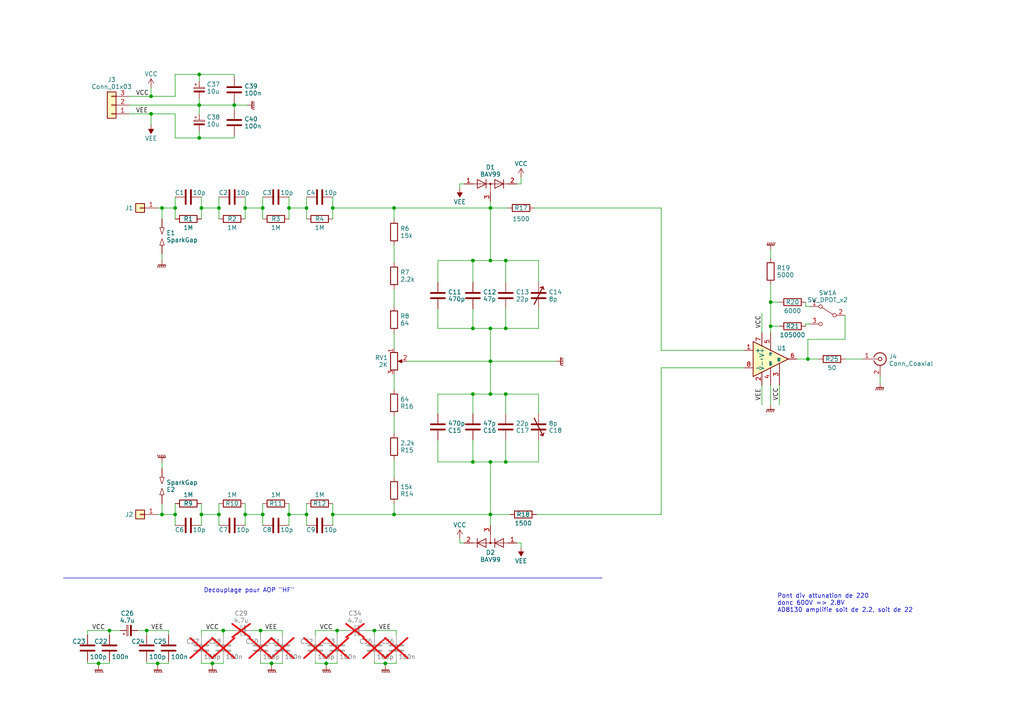
<source format=kicad_sch>
(kicad_sch (version 20230121) (generator eeschema)
  (paper "A4")
  (title_block (title "Sonde differentielle 10 - 100x 600V") (date "2023-06-28") (rev "0.1") (comment 1 "Bande passant d'env 60MHz en 100x") (comment 2 "Bande passant d'env 12 MHz en 10x"))
  (lib_symbols
    (symbol "Connector:Conn_Coaxial" (pin_names (offset 1.016) hide)
      (property "Reference" "J" (at 0.254 3.048 0))
      (property "Value" "Conn_Coaxial" (at 2.921 0 90))
      (symbol "Conn_Coaxial_0_1"
        (arc (start -1.778 -0.508) (mid 0.2311 -1.8066) (end 1.778 0) (stroke (width 0.254)))
        (polyline (pts (xy -2.54 0) (xy -0.508 0)))
        (polyline (pts (xy 0 -2.54) (xy 0 -1.778)))
        (circle (center 0 0) (radius 0.508) (stroke (width 0.2032)))
        (arc (start 1.778 0) (mid 0.2099 1.8101) (end -1.778 0.508) (stroke (width 0.254)))
      )
      (symbol "Conn_Coaxial_1_1"
        (pin passive line (at -5.08 0 0) (length 2.54) (name "In") (number "1"))
        (pin passive line (at 0 -5.08 90) (length 2.54) (name "Ext") (number "2"))
      )
    )
    (symbol "Connector_Generic:Conn_01x01" (pin_names (offset 1.016) hide)
      (property "Reference" "J" (at 0 2.54 0))
      (property "Value" "Conn_01x01" (at 0 -2.54 0))
      (symbol "Conn_01x01_1_1"
        (rectangle (start -1.27 0.127) (end 0 -0.127) (stroke (width 0.1524)))
        (rectangle (start -1.27 1.27) (end 1.27 -1.27) (stroke (width 0.254)) (fill (type background)))
        (pin passive line (at -5.08 0 0) (length 3.81) (name "Pin_1") (number "1"))
      )
    )
    (symbol "Connector_Generic:Conn_01x03" (pin_names (offset 1.016) hide)
      (property "Reference" "J" (at 0 5.08 0))
      (property "Value" "Conn_01x03" (at 0 -5.08 0))
      (symbol "Conn_01x03_1_1"
        (rectangle (start -1.27 -2.413) (end 0 -2.667) (stroke (width 0.1524)))
        (rectangle (start -1.27 0.127) (end 0 -0.127) (stroke (width 0.1524)))
        (rectangle (start -1.27 2.667) (end 0 2.413) (stroke (width 0.1524)))
        (rectangle (start -1.27 3.81) (end 1.27 -3.81) (stroke (width 0.254)) (fill (type background)))
        (pin passive line (at -5.08 2.54 0) (length 3.81) (name "Pin_1") (number "1"))
        (pin passive line (at -5.08 0 0) (length 3.81) (name "Pin_2") (number "2"))
        (pin passive line (at -5.08 -2.54 0) (length 3.81) (name "Pin_3") (number "3"))
      )
    )
    (symbol "Device:C" (pin_numbers hide) (pin_names (offset 0.254))
      (property "Reference" "C" (at 0.635 2.54 0))
      (property "Value" "C" (at 0.635 -2.54 0))
      (symbol "C_0_1"
        (polyline (pts (xy -2.032 -0.762) (xy 2.032 -0.762)) (stroke (width 0.508)))
        (polyline (pts (xy -2.032 0.762) (xy 2.032 0.762)) (stroke (width 0.508)))
      )
      (symbol "C_1_1"
        (pin passive line (at 0 3.81 270) (length 2.794) (name "~") (number "1"))
        (pin passive line (at 0 -3.81 90) (length 2.794) (name "~") (number "2"))
      )
    )
    (symbol "Device:C_Polarized_Small" (pin_numbers hide) (pin_names (offset 0.254) hide)
      (property "Reference" "C" (at 0.254 1.778 0))
      (property "Value" "C_Polarized_Small" (at 0.254 -2.032 0))
      (symbol "C_Polarized_Small_0_1"
        (rectangle (start -1.524 -0.3048) (end 1.524 -0.6858) (fill (type outline)))
        (rectangle (start -1.524 0.6858) (end 1.524 0.3048))
        (polyline (pts (xy -1.27 1.524) (xy -0.762 1.524)))
        (polyline (pts (xy -1.016 1.27) (xy -1.016 1.778)))
      )
      (symbol "C_Polarized_Small_1_1"
        (pin passive line (at 0 2.54 270) (length 1.8542) (name "~") (number "1"))
        (pin passive line (at 0 -2.54 90) (length 1.8542) (name "~") (number "2"))
      )
    )
    (symbol "Device:C_Variable" (pin_numbers hide) (pin_names (offset 0.254) hide)
      (property "Reference" "C" (at 0.635 -1.905 0))
      (property "Value" "C_Variable" (at 0.635 -3.81 0))
      (symbol "C_Variable_0_1"
        (polyline (pts (xy -2.032 -0.762) (xy 2.032 -0.762)) (stroke (width 0.508)))
        (polyline (pts (xy -2.032 0.762) (xy 2.032 0.762)) (stroke (width 0.508)))
        (polyline (pts (xy 1.27 2.54) (xy -1.27 -2.54)) (stroke (width 0.3048)))
        (polyline (pts (xy 1.27 2.54) (xy 0.508 2.286)) (stroke (width 0.3048)))
        (polyline (pts (xy 1.27 2.54) (xy 1.524 1.778)) (stroke (width 0.3048)))
      )
      (symbol "C_Variable_1_1"
        (pin passive line (at 0 3.81 270) (length 3.048) (name "~") (number "1"))
        (pin passive line (at 0 -3.81 90) (length 3.048) (name "~") (number "2"))
      )
    )
    (symbol "Device:R" (pin_numbers hide) (pin_names (offset 0))
      (property "Reference" "R" (at 2.032 0 90))
      (property "Value" "R" (at 0 0 90))
      (symbol "R_0_1"
        (rectangle (start -1.016 -2.54) (end 1.016 2.54) (stroke (width 0.254)))
      )
      (symbol "R_1_1"
        (pin passive line (at 0 3.81 270) (length 1.27) (name "~") (number "1"))
        (pin passive line (at 0 -3.81 90) (length 1.27) (name "~") (number "2"))
      )
    )
    (symbol "Device:R_Potentiometer" (pin_names (offset 1.016) hide)
      (property "Reference" "RV" (at -4.445 0 90))
      (property "Value" "R_Potentiometer" (at -2.54 0 90))
      (symbol "R_Potentiometer_0_1"
        (polyline (pts (xy 2.54 0) (xy 1.524 0)))
        (polyline (pts (xy 1.143 0) (xy 2.286 0.508) (xy 2.286 -0.508) (xy 1.143 0)) (fill (type outline)))
        (rectangle (start 1.016 2.54) (end -1.016 -2.54) (stroke (width 0.254)))
      )
      (symbol "R_Potentiometer_1_1"
        (pin passive line (at 0 3.81 270) (length 1.27) (name "1") (number "1"))
        (pin passive line (at 3.81 0 180) (length 1.27) (name "2") (number "2"))
        (pin passive line (at 0 -3.81 90) (length 1.27) (name "3") (number "3"))
      )
    )
    (symbol "Device:SparkGap" (pin_numbers hide) (pin_names (offset 0))
      (property "Reference" "E" (at 0 2.032 0))
      (property "Value" "SparkGap" (at 0 -1.905 0))
      (symbol "SparkGap_0_1"
        (polyline (pts (xy -2.54 0.635) (xy -2.54 -0.635) (xy -0.635 0) (xy -2.54 0.635)))
        (polyline (pts (xy 2.54 0.635) (xy 2.54 -0.635) (xy 0.635 0) (xy 2.54 0.635)))
      )
      (symbol "SparkGap_1_1"
        (pin passive line (at -5.08 0 0) (length 2.54) (name "~") (number "1"))
        (pin passive line (at 5.08 0 180) (length 2.54) (name "~") (number "2"))
      )
    )
    (symbol "Diode:BAV99" (pin_names hide)
      (property "Reference" "D" (at 0 5.08 0))
      (property "Value" "BAV99" (at 0 2.54 0))
      (symbol "BAV99_0_1"
        (polyline (pts (xy -5.08 0) (xy 5.08 0)))
      )
      (symbol "BAV99_1_1"
        (polyline (pts (xy 0 0) (xy 0 -2.54)))
        (polyline (pts (xy -1.27 -1.27) (xy -1.27 1.27) (xy -1.27 1.27)) (stroke (width 0.2032)))
        (polyline (pts (xy 3.81 1.27) (xy 3.81 -1.27) (xy 3.81 -1.27)) (stroke (width 0.2032)))
        (polyline (pts (xy -3.81 1.27) (xy -1.27 0) (xy -3.81 -1.27) (xy -3.81 1.27) (xy -3.81 1.27) (xy -3.81 1.27)) (stroke (width 0.2032)))
        (polyline (pts (xy 1.27 1.27) (xy 3.81 0) (xy 1.27 -1.27) (xy 1.27 1.27) (xy 1.27 1.27) (xy 1.27 1.27)) (stroke (width 0.2032)))
        (circle (center 0 0) (radius 0.254) (fill (type outline)))
        (pin passive line (at -7.62 0 0) (length 2.54) (name "K") (number "1"))
        (pin passive line (at 7.62 0 180) (length 2.54) (name "A") (number "2"))
        (pin passive line (at 0 -5.08 90) (length 2.54) (name "K") (number "3"))
      )
    )
    (symbol "Switch:SW_DPDT_x2" (pin_names (offset 0) hide)
      (property "Reference" "SW" (at 0 4.318 0))
      (property "Value" "SW_DPDT_x2" (at 0 -5.08 0))
      (symbol "SW_DPDT_x2_0_0"
        (circle (center -2.032 0) (radius 0.508))
        (circle (center 2.032 -2.54) (radius 0.508))
      )
      (symbol "SW_DPDT_x2_0_1"
        (polyline (pts (xy -1.524 0.254) (xy 1.651 2.286)))
        (circle (center 2.032 2.54) (radius 0.508))
      )
      (symbol "SW_DPDT_x2_1_1"
        (pin passive line (at 5.08 2.54 180) (length 2.54) (name "A") (number "1"))
        (pin passive line (at -5.08 0 0) (length 2.54) (name "B") (number "2"))
        (pin passive line (at 5.08 -2.54 180) (length 2.54) (name "C") (number "3"))
      )
      (symbol "SW_DPDT_x2_2_1"
        (pin passive line (at 5.08 2.54 180) (length 2.54) (name "A") (number "4"))
        (pin passive line (at -5.08 0 0) (length 2.54) (name "B") (number "5"))
        (pin passive line (at 5.08 -2.54 180) (length 2.54) (name "C") (number "6"))
      )
    )
    (symbol "Xg_lib_sch_v6:AD8130_29"
      (property "Reference" "U" (at 0 0 0))
      (symbol "AD8130_29_0_1"
        (polyline (pts (xy 7.62 0) (xy -2.54 5.08) (xy -2.54 -5.08) (xy 7.62 0)) (stroke (width 0.254)) (fill (type background)))
      )
      (symbol "AD8130_29_1_1"
        (pin input line (at -5.08 2.54 0) (length 2.54) (name "+") (number "1"))
        (pin power_in line (at 0 -7.62 90) (length 3.81) (name "V-") (number "2"))
        (pin passive line (at 5.08 -7.62 90) (length 6.35) (name "~{PD}") (number "3"))
        (pin passive line (at 2.54 -7.62 90) (length 5.08) (name "REF") (number "4"))
        (pin passive line (at 2.54 7.62 270) (length 5.08) (name "FB") (number "5"))
        (pin output line (at 10.16 0 180) (length 2.54) (name "~") (number "6"))
        (pin power_in line (at 0 7.62 270) (length 3.81) (name "V+") (number "7"))
        (pin input line (at -5.08 -2.54 0) (length 2.54) (name "-") (number "8"))
      )
    )
    (symbol "power:GNDPWR" (power) (pin_names (offset 0))
      (property "Value" "GNDPWR" (at 0 -3.302 0))
      (symbol "GNDPWR_0_1"
        (polyline (pts (xy 0 -1.27) (xy 0 0)))
        (polyline (pts (xy -1.016 -1.27) (xy -1.27 -2.032) (xy -1.27 -2.032)) (stroke (width 0.2032)))
        (polyline (pts (xy -0.508 -1.27) (xy -0.762 -2.032) (xy -0.762 -2.032)) (stroke (width 0.2032)))
        (polyline (pts (xy 0 -1.27) (xy -0.254 -2.032) (xy -0.254 -2.032)) (stroke (width 0.2032)))
        (polyline (pts (xy 0.508 -1.27) (xy 0.254 -2.032) (xy 0.254 -2.032)) (stroke (width 0.2032)))
        (polyline (pts (xy 1.016 -1.27) (xy -1.016 -1.27) (xy -1.016 -1.27)) (stroke (width 0.2032)))
        (polyline (pts (xy 1.016 -1.27) (xy 0.762 -2.032) (xy 0.762 -2.032) (xy 0.762 -2.032)) (stroke (width 0.2032)))
      )
      (symbol "GNDPWR_1_1"
        (pin power_in line (at 0 0 270) (length 0) hide (name "GNDPWR") (number "1"))
      )
    )
    (symbol "power:VCC" (power) (pin_names (offset 0))
      (property "Value" "VCC" (at 0 3.81 0))
      (symbol "VCC_0_1"
        (polyline (pts (xy -0.762 1.27) (xy 0 2.54)))
        (polyline (pts (xy 0 0) (xy 0 2.54)))
        (polyline (pts (xy 0 2.54) (xy 0.762 1.27)))
      )
      (symbol "VCC_1_1"
        (pin power_in line (at 0 0 90) (length 0) hide (name "VCC") (number "1"))
      )
    )
    (symbol "power:VEE" (power) (pin_names (offset 0))
      (property "Value" "VEE" (at 0 3.81 0))
      (symbol "VEE_0_1"
        (polyline (pts (xy 0 0) (xy 0 2.54)))
        (polyline (pts (xy 0.762 1.27) (xy -0.762 1.27) (xy 0 2.54) (xy 0.762 1.27)) (fill (type outline)))
      )
      (symbol "VEE_1_1"
        (pin power_in line (at 0 0 90) (length 0) hide (name "VEE") (number "1"))
      )
    )
  )
  (junction (at 223.52 87.63))
  (junction (at 43.815 33.02))
  (junction (at 96.52 60.325))
  (junction (at 58.42 60.325))
  (junction (at 96.52 149.225))
  (junction (at 71.12 60.325))
  (junction (at 146.685 95.25))
  (junction (at 234.315 104.14))
  (junction (at 142.24 104.775))
  (junction (at 50.8 60.325))
  (junction (at 67.945 30.48))
  (junction (at 78.74 192.405))
  (junction (at 137.16 114.3))
  (junction (at 50.8 149.225))
  (junction (at 76.2 60.325))
  (junction (at 142.24 95.25))
  (junction (at 142.24 114.3))
  (junction (at 94.615 192.405))
  (junction (at 146.685 75.565))
  (junction (at 111.76 192.405))
  (junction (at 146.685 133.985))
  (junction (at 114.3 149.225))
  (junction (at 137.16 75.565))
  (junction (at 63.5 149.225))
  (junction (at 61.595 192.405))
  (junction (at 83.82 60.325))
  (junction (at 146.685 114.3))
  (junction (at 57.785 21.59))
  (junction (at 137.16 95.25))
  (junction (at 142.24 133.985))
  (junction (at 71.12 149.225))
  (junction (at 31.75 182.88))
  (junction (at 142.24 149.225))
  (junction (at 46.99 149.225))
  (junction (at 57.785 30.48))
  (junction (at 57.785 40.005))
  (junction (at 58.42 149.225))
  (junction (at 142.24 75.565))
  (junction (at 45.72 192.405))
  (junction (at 83.82 149.225))
  (junction (at 76.2 149.225))
  (junction (at 64.77 182.88))
  (junction (at 88.9 149.225))
  (junction (at 137.16 133.985))
  (junction (at 142.24 60.325))
  (junction (at 42.545 182.88))
  (junction (at 63.5 60.325))
  (junction (at 75.565 182.88))
  (junction (at 28.575 192.405))
  (junction (at 223.52 94.615))
  (junction (at 114.3 60.325))
  (junction (at 46.99 60.325))
  (junction (at 43.815 27.94))
  (junction (at 97.79 182.88))
  (junction (at 88.9 60.325))
  (junction (at 108.585 182.88))
  (wire (pts (xy 155.575 149.225) (xy 191.77 149.225)))
  (wire (pts (xy 76.2 60.325) (xy 76.2 63.5)))
  (wire (pts (xy 43.815 33.02) (xy 43.815 36.195)))
  (wire (pts (xy 48.895 191.77) (xy 48.895 192.405)))
  (wire (pts (xy 46.99 73.66) (xy 46.99 75.565)))
  (wire (pts (xy 46.99 149.225) (xy 50.8 149.225)))
  (wire (pts (xy 71.12 152.4) (xy 71.12 149.225)))
  (wire (pts (xy 223.52 82.55) (xy 223.52 87.63)))
  (wire (pts (xy 134.62 53.34) (xy 133.35 53.34)))
  (wire (pts (xy 151.13 157.48) (xy 151.13 158.75)))
  (wire (pts (xy 28.575 192.405) (xy 25.4 192.405)))
  (wire (pts (xy 58.42 60.325) (xy 63.5 60.325)))
  (wire (pts (xy 245.11 91.44) (xy 245.11 98.425)))
  (wire (pts (xy 83.82 149.225) (xy 88.9 149.225)))
  (wire (pts (xy 96.52 149.225) (xy 96.52 146.05)))
  (wire (pts (xy 97.79 182.88) (xy 97.79 184.15)))
  (wire (pts (xy 83.82 152.4) (xy 83.82 149.225)))
  (wire (pts (xy 137.16 75.565) (xy 137.16 81.915)))
  (wire (pts (xy 42.545 192.405) (xy 45.72 192.405)))
  (wire (pts (xy 114.3 149.225) (xy 142.24 149.225)))
  (wire (pts (xy 154.94 60.325) (xy 191.77 60.325)))
  (wire (pts (xy 42.545 184.15) (xy 42.545 182.88)))
  (wire (pts (xy 114.3 146.05) (xy 114.3 149.225)))
  (wire (pts (xy 156.21 95.25) (xy 156.21 89.535)))
  (wire (pts (xy 223.52 72.39) (xy 223.52 74.93)))
  (wire (pts (xy 191.77 60.325) (xy 191.77 101.6)))
  (wire (pts (xy 127 89.535) (xy 127 95.25)))
  (wire (pts (xy 58.42 182.88) (xy 64.77 182.88)))
  (wire (pts (xy 108.585 191.77) (xy 108.585 192.405)))
  (wire (pts (xy 234.315 98.425) (xy 234.315 104.14)))
  (wire (pts (xy 61.595 192.405) (xy 61.595 193.04)))
  (wire (pts (xy 114.3 138.43) (xy 114.3 133.35)))
  (wire (pts (xy 48.895 182.88) (xy 48.895 184.15)))
  (wire (pts (xy 156.21 114.3) (xy 156.21 120.015)))
  (wire (pts (xy 91.44 184.15) (xy 91.44 182.88)))
  (wire (pts (xy 58.42 149.225) (xy 63.5 149.225)))
  (wire (pts (xy 25.4 182.88) (xy 31.75 182.88)))
  (wire (pts (xy 151.13 51.435) (xy 151.13 53.34)))
  (wire (pts (xy 97.79 182.88) (xy 100.965 182.88)))
  (wire (pts (xy 91.44 182.88) (xy 97.79 182.88)))
  (wire (pts (xy 58.42 192.405) (xy 58.42 191.77)))
  (wire (pts (xy 28.575 192.405) (xy 28.575 193.04)))
  (wire (pts (xy 37.465 33.02) (xy 43.815 33.02)))
  (wire (pts (xy 63.5 60.325) (xy 63.5 63.5)))
  (wire (pts (xy 50.8 33.02) (xy 50.8 40.005)))
  (wire (pts (xy 97.79 192.405) (xy 94.615 192.405)))
  (wire (pts (xy 127 81.915) (xy 127 75.565)))
  (wire (pts (xy 31.75 192.405) (xy 28.575 192.405)))
  (wire (pts (xy 142.24 149.225) (xy 142.24 152.4)))
  (wire (pts (xy 64.77 192.405) (xy 61.595 192.405)))
  (wire (pts (xy 45.72 192.405) (xy 45.72 193.04)))
  (wire (pts (xy 114.3 108.585) (xy 114.3 113.03)))
  (wire (pts (xy 83.82 149.225) (xy 83.82 146.05)))
  (wire (pts (xy 96.52 60.325) (xy 114.3 60.325)))
  (wire (pts (xy 191.77 101.6) (xy 215.9 101.6)))
  (wire (pts (xy 133.35 157.48) (xy 134.62 157.48)))
  (wire (pts (xy 142.24 95.25) (xy 142.24 104.775)))
  (wire (pts (xy 75.565 182.88) (xy 81.915 182.88)))
  (wire (pts (xy 191.77 106.68) (xy 191.77 149.225)))
  (wire (pts (xy 81.915 191.77) (xy 81.915 192.405)))
  (wire (pts (xy 76.2 149.225) (xy 76.2 146.05)))
  (wire (pts (xy 127 133.985) (xy 137.16 133.985)))
  (wire (pts (xy 137.16 89.535) (xy 137.16 95.25)))
  (wire (pts (xy 76.2 57.15) (xy 76.2 60.325)))
  (wire (pts (xy 142.24 104.775) (xy 142.24 114.3)))
  (wire (pts (xy 142.24 60.325) (xy 147.32 60.325)))
  (wire (pts (xy 63.5 57.15) (xy 63.5 60.325)))
  (wire (pts (xy 57.785 21.59) (xy 57.785 23.495)))
  (wire (pts (xy 127 114.3) (xy 137.16 114.3)))
  (wire (pts (xy 146.685 133.985) (xy 146.685 127.635)))
  (wire (pts (xy 156.21 75.565) (xy 156.21 81.915)))
  (wire (pts (xy 146.685 75.565) (xy 156.21 75.565)))
  (wire (pts (xy 133.35 156.21) (xy 133.35 157.48)))
  (wire (pts (xy 108.585 182.88) (xy 114.935 182.88)))
  (wire (pts (xy 114.3 125.73) (xy 114.3 120.65)))
  (wire (pts (xy 67.945 30.48) (xy 67.945 31.75)))
  (wire (pts (xy 57.785 40.005) (xy 67.945 40.005)))
  (wire (pts (xy 142.24 104.775) (xy 161.29 104.775)))
  (wire (pts (xy 71.12 149.225) (xy 71.12 146.05)))
  (wire (pts (xy 75.565 191.77) (xy 75.565 192.405)))
  (wire (pts (xy 25.4 192.405) (xy 25.4 191.77)))
  (wire (pts (xy 146.685 89.535) (xy 146.685 95.25)))
  (wire (pts (xy 40.005 182.88) (xy 42.545 182.88)))
  (wire (pts (xy 106.045 182.88) (xy 108.585 182.88)))
  (wire (pts (xy 142.24 114.3) (xy 146.685 114.3)))
  (wire (pts (xy 57.785 30.48) (xy 57.785 33.02)))
  (wire (pts (xy 91.44 192.405) (xy 91.44 191.77)))
  (wire (pts (xy 50.8 40.005) (xy 57.785 40.005)))
  (wire (pts (xy 83.82 60.325) (xy 83.82 63.5)))
  (wire (pts (xy 64.77 191.77) (xy 64.77 192.405)))
  (wire (pts (xy 63.5 149.225) (xy 63.5 146.05)))
  (wire (pts (xy 83.82 60.325) (xy 88.9 60.325)))
  (wire (pts (xy 245.11 98.425) (xy 234.315 98.425)))
  (wire (pts (xy 94.615 192.405) (xy 94.615 193.04)))
  (wire (pts (xy 146.685 120.015) (xy 146.685 114.3)))
  (wire (pts (xy 46.99 60.325) (xy 46.99 63.5)))
  (wire (pts (xy 57.785 38.1) (xy 57.785 40.005)))
  (wire (pts (xy 220.98 90.805) (xy 220.98 96.52)))
  (wire (pts (xy 96.52 152.4) (xy 96.52 149.225)))
  (wire (pts (xy 83.82 57.15) (xy 83.82 60.325)))
  (wire (pts (xy 146.685 95.25) (xy 156.21 95.25)))
  (wire (pts (xy 88.9 60.325) (xy 88.9 63.5)))
  (wire (pts (xy 114.3 83.82) (xy 114.3 88.9)))
  (wire (pts (xy 234.315 104.14) (xy 237.49 104.14)))
  (wire (pts (xy 137.16 133.985) (xy 137.16 127.635)))
  (wire (pts (xy 46.99 60.325) (xy 50.8 60.325)))
  (wire (pts (xy 67.945 40.005) (xy 67.945 39.37)))
  (wire (pts (xy 137.16 114.3) (xy 142.24 114.3)))
  (wire (pts (xy 76.2 152.4) (xy 76.2 149.225)))
  (wire (pts (xy 45.72 192.405) (xy 48.895 192.405)))
  (wire (pts (xy 63.5 152.4) (xy 63.5 149.225)))
  (wire (pts (xy 58.42 149.225) (xy 58.42 146.05)))
  (wire (pts (xy 67.945 21.59) (xy 67.945 22.225)))
  (wire (pts (xy 223.52 87.63) (xy 223.52 94.615)))
  (wire (pts (xy 233.68 87.63) (xy 233.68 88.9)))
  (wire (pts (xy 233.68 93.98) (xy 234.95 93.98)))
  (wire (pts (xy 71.12 57.15) (xy 71.12 60.325)))
  (wire (pts (xy 37.465 30.48) (xy 57.785 30.48)))
  (wire (pts (xy 137.16 133.985) (xy 142.24 133.985)))
  (wire (pts (xy 31.75 191.77) (xy 31.75 192.405)))
  (wire (pts (xy 88.9 57.15) (xy 88.9 60.325)))
  (wire (pts (xy 146.685 75.565) (xy 146.685 81.915)))
  (wire (pts (xy 37.465 27.94) (xy 43.815 27.94)))
  (wire (pts (xy 108.585 192.405) (xy 111.76 192.405)))
  (wire (pts (xy 146.685 114.3) (xy 156.21 114.3)))
  (wire (pts (xy 50.8 149.225) (xy 50.8 146.05)))
  (wire (pts (xy 50.8 57.15) (xy 50.8 60.325)))
  (wire (pts (xy 64.77 182.88) (xy 64.77 184.15)))
  (wire (pts (xy 57.785 30.48) (xy 67.945 30.48)))
  (wire (pts (xy 75.565 184.15) (xy 75.565 182.88)))
  (wire (pts (xy 31.75 182.88) (xy 31.75 184.15)))
  (wire (pts (xy 127 127.635) (xy 127 133.985)))
  (wire (pts (xy 223.52 94.615) (xy 226.06 94.615)))
  (wire (pts (xy 43.815 25.4) (xy 43.815 27.94)))
  (wire (pts (xy 226.06 111.76) (xy 226.06 117.475)))
  (wire (pts (xy 64.77 182.88) (xy 67.945 182.88)))
  (wire (pts (xy 233.68 88.9) (xy 234.95 88.9)))
  (wire (pts (xy 58.42 57.15) (xy 58.42 60.325)))
  (wire (pts (xy 149.86 53.34) (xy 151.13 53.34)))
  (wire (pts (xy 223.52 94.615) (xy 223.52 96.52)))
  (wire (pts (xy 233.68 94.615) (xy 233.68 93.98)))
  (wire (pts (xy 137.16 75.565) (xy 142.24 75.565)))
  (wire (pts (xy 149.86 157.48) (xy 151.13 157.48)))
  (wire (pts (xy 156.21 133.985) (xy 156.21 127.635)))
  (wire (pts (xy 73.025 182.88) (xy 75.565 182.88)))
  (wire (pts (xy 142.24 133.985) (xy 146.685 133.985)))
  (wire (pts (xy 245.11 104.14) (xy 250.19 104.14)))
  (wire (pts (xy 75.565 192.405) (xy 78.74 192.405)))
  (wire (pts (xy 118.11 104.775) (xy 142.24 104.775)))
  (wire (pts (xy 114.3 63.5) (xy 114.3 60.325)))
  (wire (pts (xy 142.24 58.42) (xy 142.24 60.325)))
  (wire (pts (xy 50.8 27.94) (xy 50.8 21.59)))
  (wire (pts (xy 114.3 71.12) (xy 114.3 76.2)))
  (wire (pts (xy 127 95.25) (xy 137.16 95.25)))
  (wire (pts (xy 50.8 60.325) (xy 50.8 63.5)))
  (wire (pts (xy 142.24 60.325) (xy 142.24 75.565)))
  (wire (pts (xy 223.52 111.76) (xy 223.52 117.475)))
  (wire (pts (xy 220.98 111.76) (xy 220.98 117.475)))
  (wire (pts (xy 114.935 182.88) (xy 114.935 184.15)))
  (wire (pts (xy 142.24 75.565) (xy 146.685 75.565)))
  (wire (pts (xy 43.815 33.02) (xy 50.8 33.02)))
  (wire (pts (xy 50.8 152.4) (xy 50.8 149.225)))
  (wire (pts (xy 71.12 60.325) (xy 71.12 63.5)))
  (wire (pts (xy 57.785 21.59) (xy 67.945 21.59)))
  (wire (pts (xy 43.815 27.94) (xy 50.8 27.94)))
  (wire (pts (xy 67.945 30.48) (xy 71.755 30.48)))
  (wire (pts (xy 223.52 87.63) (xy 226.06 87.63)))
  (wire (pts (xy 78.74 192.405) (xy 81.915 192.405)))
  (wire (pts (xy 78.74 192.405) (xy 78.74 193.04)))
  (wire (pts (xy 96.52 60.325) (xy 96.52 63.5)))
  (wire (pts (xy 25.4 184.15) (xy 25.4 182.88)))
  (wire (pts (xy 111.76 192.405) (xy 114.935 192.405)))
  (wire (pts (xy 45.72 149.225) (xy 46.99 149.225)))
  (wire (pts (xy 114.3 60.325) (xy 142.24 60.325)))
  (wire (pts (xy 114.3 96.52) (xy 114.3 100.965)))
  (wire (pts (xy 31.75 182.88) (xy 34.925 182.88)))
  (wire (pts (xy 127 75.565) (xy 137.16 75.565)))
  (wire (pts (xy 231.14 104.14) (xy 234.315 104.14)))
  (wire (pts (xy 42.545 191.77) (xy 42.545 192.405)))
  (wire (pts (xy 46.99 135.89) (xy 46.99 133.985)))
  (wire (pts (xy 111.76 192.405) (xy 111.76 193.04)))
  (wire (pts (xy 81.915 182.88) (xy 81.915 184.15)))
  (wire (pts (xy 94.615 192.405) (xy 91.44 192.405)))
  (wire (pts (xy 146.685 133.985) (xy 156.21 133.985)))
  (wire (pts (xy 88.9 152.4) (xy 88.9 149.225)))
  (polyline (pts (xy 18.415 167.64) (xy 174.625 167.64)))
  (wire (pts (xy 67.945 29.845) (xy 67.945 30.48)))
  (wire (pts (xy 42.545 182.88) (xy 48.895 182.88)))
  (wire (pts (xy 127 120.015) (xy 127 114.3)))
  (wire (pts (xy 114.935 191.77) (xy 114.935 192.405)))
  (wire (pts (xy 137.16 120.015) (xy 137.16 114.3)))
  (wire (pts (xy 96.52 57.15) (xy 96.52 60.325)))
  (wire (pts (xy 133.35 53.34) (xy 133.35 54.61)))
  (wire (pts (xy 58.42 184.15) (xy 58.42 182.88)))
  (wire (pts (xy 45.72 60.325) (xy 46.99 60.325)))
  (wire (pts (xy 57.785 28.575) (xy 57.785 30.48)))
  (wire (pts (xy 50.8 21.59) (xy 57.785 21.59)))
  (wire (pts (xy 147.955 149.225) (xy 142.24 149.225)))
  (wire (pts (xy 88.9 149.225) (xy 88.9 146.05)))
  (wire (pts (xy 255.27 109.22) (xy 255.27 111.125)))
  (wire (pts (xy 46.99 149.225) (xy 46.99 146.05)))
  (wire (pts (xy 215.9 106.68) (xy 191.77 106.68)))
  (wire (pts (xy 61.595 192.405) (xy 58.42 192.405)))
  (wire (pts (xy 58.42 152.4) (xy 58.42 149.225)))
  (wire (pts (xy 96.52 149.225) (xy 114.3 149.225)))
  (wire (pts (xy 137.16 95.25) (xy 142.24 95.25)))
  (wire (pts (xy 71.12 149.225) (xy 76.2 149.225)))
  (wire (pts (xy 142.24 95.25) (xy 146.685 95.25)))
  (wire (pts (xy 71.12 60.325) (xy 76.2 60.325)))
  (wire (pts (xy 142.24 133.985) (xy 142.24 149.225)))
  (wire (pts (xy 97.79 191.77) (xy 97.79 192.405)))
  (wire (pts (xy 58.42 60.325) (xy 58.42 63.5)))
  (wire (pts (xy 108.585 184.15) (xy 108.585 182.88)))
  (text "Decouplage pour AOP \"HF\"" (at 59.055 172.085 0) (effects (font (size 1.27 1.27)) (justify left bottom)))
  (text "Pont div attunation de 220\ndonc 600V => 2.8V\nAD8130 amplifie soit de 2.2, soit de 22" (at 225.425 177.8 0) (effects (font (size 1.27 1.27)) (justify left bottom)))
  (label "VCC" (at 26.67 182.88 0))
  (label "VEE" (at 39.37 33.02 0))
  (label "VCC" (at 39.37 27.94 0))
  (label "VEE" (at 76.835 182.88 0))
  (label "VCC" (at 220.98 95.25 90))
  (label "VCC" (at 59.69 182.88 0))
  (label "VCC" (at 92.71 182.88 0))
  (label "VCC" (at 226.06 116.205 90))
  (label "VEE" (at 220.98 116.205 90))
  (label "VEE" (at 43.815 182.88 0))
  (label "VEE" (at 109.855 182.88 0))
  (symbol (lib_id "Device:C") (at 91.44 187.96 0) (unit 1) (on_board no) (dnp yes)
    (property "Reference" "C32" (at 86.995 186.055 0) (effects (justify left)))
    (property "Value" "100p" (at 92.075 190.5 0) (effects (justify left)))
    (property "Footprint" "Capacitor_THT:C_Disc_D7.5mm_W5.0mm_P10.00mm" (effects hide))
  )
  (symbol (lib_id "Device:C") (at 31.75 187.96 0) (unit 1)
    (property "Reference" "C22" (at 27.305 186.055 0) (effects (justify left)))
    (property "Value" "100n" (at 32.385 190.5 0) (effects (justify left)))
    (property "Footprint" "Capacitor_THT:C_Rect_L10.0mm_W5.0mm_P5.00mm_P7.50mm" (effects hide))
  )
  (symbol (lib_id "power:GNDPWR") (at 223.52 72.39 180) (unit 1)
    (property "Reference" "#PWR019" (effects hide))
    (property "Value" "GNDPWR" (effects hide))
  )
  (symbol (lib_id "Device:C") (at 25.4 187.96 0) (unit 1)
    (property "Reference" "C23" (at 20.955 186.055 0) (effects (justify left)))
    (property "Value" "100p" (at 26.035 190.5 0) (effects (justify left)))
    (property "Footprint" "Capacitor_THT:C_Rect_L10.0mm_W5.0mm_P5.00mm_P7.50mm" (effects hide))
  )
  (symbol (lib_id "Device:R") (at 151.13 60.325 90) (unit 1)
    (property "Reference" "R17" (at 151.13 60.325 90))
    (property "Value" "1500" (at 151.13 63.5 90))
    (property "Footprint" "Resistor_THT:R_Axial_DIN0204_L3.6mm_D1.6mm_P7.62mm_Horizontal" (effects hide))
  )
  (symbol (lib_id "Device:C_Variable") (at 156.21 85.725 0) (unit 1)
    (property "Reference" "C14" (at 159.131 84.701 0) (effects (justify left)))
    (property "Value" "8p" (at 159.131 86.749 0) (effects (justify left)))
    (property "Footprint" "Potentiometer_THT:Potentiometer_ACP_CA9-H2,5_Horizontal" (effects hide))
  )
  (symbol (lib_id "Device:R") (at 229.87 94.615 90) (unit 1)
    (property "Reference" "R21" (at 229.87 94.615 90))
    (property "Value" "105000" (at 229.87 97.155 90))
    (property "Footprint" "Resistor_THT:R_Axial_DIN0207_L6.3mm_D2.5mm_P10.16mm_Horizontal" (effects hide))
  )
  (symbol (lib_id "power:GNDPWR") (at 45.72 193.04 0) (mirror y) (unit 1)
    (property "Reference" "#PWR014" (effects hide))
    (property "Value" "GNDPWR" (effects hide))
  )
  (symbol (lib_id "Device:C_Polarized_Small") (at 37.465 182.88 90) (unit 1)
    (property "Reference" "C26" (at 36.9189 177.903 90))
    (property "Value" "4.7u" (at 36.9189 179.951 90))
    (property "Footprint" "Capacitor_THT:CP_Radial_D8.0mm_P5.00mm" (effects hide))
  )
  (symbol (lib_id "Device:C") (at 108.585 187.96 0) (unit 1) (on_board no) (dnp yes)
    (property "Reference" "C35" (at 104.14 186.055 0) (effects (justify left)))
    (property "Value" "100p" (at 109.22 190.5 0) (effects (justify left)))
    (property "Footprint" "Capacitor_THT:C_Disc_D7.5mm_W5.0mm_P10.00mm" (effects hide))
  )
  (symbol (lib_id "Device:R") (at 54.61 146.05 90) (mirror x) (unit 1)
    (property "Reference" "R9" (at 54.61 146.05 90))
    (property "Value" "1M" (at 54.61 143.51 90))
    (property "Footprint" "Resistor_THT:R_Axial_DIN0207_L6.3mm_D2.5mm_P10.16mm_Horizontal" (effects hide))
  )
  (symbol (lib_id "Device:R") (at 67.31 63.5 90) (unit 1)
    (property "Reference" "R2" (at 67.31 63.5 90))
    (property "Value" "1M" (at 67.31 66.04 90))
    (property "Footprint" "Resistor_THT:R_Axial_DIN0207_L6.3mm_D2.5mm_P10.16mm_Horizontal" (effects hide))
  )
  (symbol (lib_id "Device:C_Polarized_Small") (at 57.785 35.56 0) (unit 1)
    (property "Reference" "C38" (at 59.944 33.9899 0) (effects (justify left)))
    (property "Value" "10u" (at 59.944 36.0379 0) (effects (justify left)))
    (property "Footprint" "Capacitor_THT:CP_Radial_D8.0mm_P5.00mm" (effects hide))
  )
  (symbol (lib_id "Device:C") (at 48.895 187.96 0) (unit 1)
    (property "Reference" "C25" (at 44.45 186.055 0) (effects (justify left)))
    (property "Value" "100n" (at 49.53 190.5 0) (effects (justify left)))
    (property "Footprint" "Capacitor_THT:C_Rect_L10.0mm_W5.0mm_P5.00mm_P7.50mm" (effects hide))
  )
  (symbol (lib_id "power:GNDPWR") (at 111.76 193.04 0) (mirror y) (unit 1)
    (property "Reference" "#PWR018" (effects hide))
    (property "Value" "GNDPWR" (effects hide))
  )
  (symbol (lib_id "power:GNDPWR") (at 46.99 133.985 0) (mirror x) (unit 1)
    (property "Reference" "#PWR02" (effects hide))
    (property "Value" "GNDPWR" (effects hide))
  )
  (symbol (lib_id "Xg_lib_sch_v6:AD8130_29") (at 220.98 104.14 0) (unit 1)
    (property "Reference" "U1" (at 226.695 100.965 0))
    (property "Value" "~" (at 220.98 104.14 0))
    (property "Footprint" "Package_DIP:DIP-8_W10.16mm" (effects hide))
  )
  (symbol (lib_id "Device:R") (at 114.3 116.84 0) (mirror x) (unit 1)
    (property "Reference" "R16" (at 116.078 117.864 0) (effects (justify left)))
    (property "Value" "64" (at 116.078 115.816 0) (effects (justify left)))
    (property "Footprint" "Resistor_THT:R_Axial_DIN0207_L6.3mm_D2.5mm_P10.16mm_Horizontal" (effects hide))
  )
  (symbol (lib_id "Device:C") (at 80.01 152.4 90) (mirror x) (unit 1)
    (property "Reference" "C8" (at 77.47 153.67 90))
    (property "Value" "10p" (at 83.185 153.67 90))
    (property "Footprint" "Capacitor_THT:C_Rect_L10.0mm_W5.0mm_P5.00mm_P7.50mm" (effects hide))
  )
  (symbol (lib_id "Device:R") (at 151.765 149.225 90) (unit 1)
    (property "Reference" "R18" (at 151.765 149.225 90))
    (property "Value" "1500" (at 151.765 151.765 90))
    (property "Footprint" "Resistor_THT:R_Axial_DIN0204_L3.6mm_D1.6mm_P7.62mm_Horizontal" (effects hide))
  )
  (symbol (lib_id "Device:R") (at 114.3 80.01 0) (unit 1)
    (property "Reference" "R7" (at 116.078 78.986 0) (effects (justify left)))
    (property "Value" "2.2k" (at 116.078 81.034 0) (effects (justify left)))
    (property "Footprint" "Resistor_THT:R_Axial_DIN0309_L9.0mm_D3.2mm_P12.70mm_Horizontal" (effects hide))
  )
  (symbol (lib_id "Device:R") (at 54.61 63.5 90) (unit 1)
    (property "Reference" "R1" (at 54.61 63.5 90))
    (property "Value" "1M" (at 54.61 66.04 90))
    (property "Footprint" "Resistor_THT:R_Axial_DIN0207_L6.3mm_D2.5mm_P10.16mm_Horizontal" (effects hide))
  )
  (symbol (lib_id "Device:R") (at 67.31 146.05 90) (mirror x) (unit 1)
    (property "Reference" "R10" (at 67.31 146.05 90))
    (property "Value" "1M" (at 67.31 143.51 90))
    (property "Footprint" "Resistor_THT:R_Axial_DIN0207_L6.3mm_D2.5mm_P10.16mm_Horizontal" (effects hide))
  )
  (symbol (lib_id "Device:C") (at 64.77 187.96 0) (unit 1) (on_board no) (dnp yes)
    (property "Reference" "C28" (at 60.325 186.055 0) (effects (justify left)))
    (property "Value" "100n" (at 65.405 190.5 0) (effects (justify left)))
    (property "Footprint" "Capacitor_THT:C_Rect_L10.0mm_W5.0mm_P5.00mm_P7.50mm" (effects hide))
  )
  (symbol (lib_id "Device:C") (at 80.01 57.15 90) (unit 1)
    (property "Reference" "C3" (at 77.47 55.88 90))
    (property "Value" "10p" (at 83.185 55.88 90))
    (property "Footprint" "Capacitor_THT:C_Rect_L10.0mm_W5.0mm_P5.00mm_P7.50mm" (effects hide))
  )
  (symbol (lib_id "Device:C_Variable") (at 156.21 123.825 0) (mirror x) (unit 1)
    (property "Reference" "C18" (at 159.131 124.849 0) (effects (justify left)))
    (property "Value" "8p" (at 159.131 122.801 0) (effects (justify left)))
    (property "Footprint" "Potentiometer_THT:Potentiometer_ACP_CA9-H2,5_Horizontal" (effects hide))
  )
  (symbol (lib_id "Device:R") (at 241.3 104.14 90) (unit 1)
    (property "Reference" "R25" (at 241.3 104.14 90))
    (property "Value" "50" (at 241.3 106.68 90))
    (property "Footprint" "Resistor_THT:R_Axial_DIN0309_L9.0mm_D3.2mm_P12.70mm_Horizontal" (effects hide))
  )
  (symbol (lib_id "Connector_Generic:Conn_01x01") (at 40.64 60.325 180) (unit 1)
    (property "Reference" "J1" (at 37.465 60.325 0))
    (property "Value" "Conn_01x01" (effects hide))
    (property "Footprint" "Xg_lib_pcb:PIN_3mm" (effects hide))
  )
  (symbol (lib_id "Device:R") (at 92.71 63.5 90) (unit 1)
    (property "Reference" "R4" (at 92.71 63.5 90))
    (property "Value" "1M" (at 92.71 66.04 90))
    (property "Footprint" "Resistor_THT:R_Axial_DIN0207_L6.3mm_D2.5mm_P10.16mm_Horizontal" (effects hide))
  )
  (symbol (lib_id "Diode:BAV99") (at 142.24 157.48 180) (unit 1)
    (property "Reference" "D2" (at 142.24 160.2566 0))
    (property "Value" "BAV99" (at 142.24 162.3046 0))
    (property "Footprint" "Package_TO_SOT_SMD:SOT-23" (effects hide))
    (property "Datasheet" "https://assets.nexperia.com/documents/data-sheet/BAV99_SER.pdf" (effects hide))
  )
  (symbol (lib_id "Device:C") (at 127 85.725 0) (unit 1)
    (property "Reference" "C11" (at 129.921 84.701 0) (effects (justify left)))
    (property "Value" "470p" (at 129.921 86.749 0) (effects (justify left)))
    (property "Footprint" "Capacitor_THT:C_Rect_L10.0mm_W5.0mm_P5.00mm_P7.50mm" (effects hide))
  )
  (symbol (lib_id "Connector:Conn_Coaxial") (at 255.27 104.14 0) (unit 1)
    (property "Reference" "J4" (at 257.8101 103.4092 0) (effects (justify left)))
    (property "Value" "Conn_Coaxial" (at 257.8101 105.4572 0) (effects (justify left)))
    (property "Footprint" "Connector_Coaxial:BNC_TEConnectivity_1478204_Vertical" (effects hide))
    (property "Datasheet" " ~" (effects hide))
  )
  (symbol (lib_id "power:GNDPWR") (at 255.27 111.125 0) (unit 1)
    (property "Reference" "#PWR011" (effects hide))
    (property "Value" "GNDPWR" (effects hide))
  )
  (symbol (lib_id "power:GNDPWR") (at 78.74 193.04 0) (mirror y) (unit 1)
    (property "Reference" "#PWR016" (effects hide))
    (property "Value" "GNDPWR" (effects hide))
  )
  (symbol (lib_id "Device:SparkGap") (at 46.99 140.97 90) (mirror x) (unit 1)
    (property "Reference" "E2" (at 48.26 141.994 90) (effects (justify right)))
    (property "Value" "SparkGap" (at 48.26 139.946 90) (effects (justify right)))
    (property "Footprint" "Xg_lib_pcb:Spark_gap_1200" (effects hide))
  )
  (symbol (lib_id "Device:C") (at 67.31 152.4 90) (mirror x) (unit 1)
    (property "Reference" "C7" (at 64.77 153.67 90))
    (property "Value" "10p" (at 70.485 153.67 90))
    (property "Footprint" "Capacitor_THT:C_Rect_L10.0mm_W5.0mm_P5.00mm_P7.50mm" (effects hide))
  )
  (symbol (lib_id "Device:C_Polarized_Small") (at 103.505 182.88 90) (unit 1) (on_board no) (dnp yes)
    (property "Reference" "C34" (at 102.9589 177.903 90))
    (property "Value" "4.7u" (at 102.9589 179.951 90))
    (property "Footprint" "Capacitor_THT:CP_Radial_D8.0mm_P5.00mm" (effects hide))
  )
  (symbol (lib_id "Device:C") (at 146.685 123.825 0) (mirror x) (unit 1)
    (property "Reference" "C17" (at 149.606 124.849 0) (effects (justify left)))
    (property "Value" "22p" (at 149.606 122.801 0) (effects (justify left)))
    (property "Footprint" "Capacitor_THT:C_Rect_L10.0mm_W5.0mm_P5.00mm_P7.50mm" (effects hide))
  )
  (symbol (lib_id "Device:R_Potentiometer") (at 114.3 104.775 0) (unit 1)
    (property "Reference" "RV1" (at 112.522 103.751 0) (effects (justify right)))
    (property "Value" "2K" (at 112.522 105.799 0) (effects (justify right)))
    (property "Footprint" "Potentiometer_THT:Potentiometer_Bourns_3266Y_Vertical" (effects hide))
  )
  (symbol (lib_id "Device:C") (at 54.61 57.15 90) (unit 1)
    (property "Reference" "C1" (at 52.07 55.88 90))
    (property "Value" "10p" (at 57.785 55.88 90))
    (property "Footprint" "Capacitor_THT:C_Rect_L10.0mm_W5.0mm_P5.00mm_P7.50mm" (effects hide))
  )
  (symbol (lib_id "power:VCC") (at 133.35 156.21 0) (unit 1)
    (property "Reference" "#PWR09" (effects hide))
    (property "Value" "VCC" (at 133.35 152.265 0))
  )
  (symbol (lib_id "power:GNDPWR") (at 28.575 193.04 0) (mirror y) (unit 1)
    (property "Reference" "#PWR013" (effects hide))
    (property "Value" "GNDPWR" (effects hide))
  )
  (symbol (lib_id "power:VEE") (at 43.815 36.195 180) (unit 1)
    (property "Reference" "#PWR06" (effects hide))
    (property "Value" "VEE" (at 43.815 40.14 0))
  )
  (symbol (lib_id "power:GNDPWR") (at 61.595 193.04 0) (mirror y) (unit 1)
    (property "Reference" "#PWR015" (effects hide))
    (property "Value" "GNDPWR" (effects hide))
  )
  (symbol (lib_id "Device:R") (at 80.01 146.05 90) (mirror x) (unit 1)
    (property "Reference" "R11" (at 80.01 146.05 90))
    (property "Value" "1M" (at 80.01 143.51 90))
    (property "Footprint" "Resistor_THT:R_Axial_DIN0207_L6.3mm_D2.5mm_P10.16mm_Horizontal" (effects hide))
  )
  (symbol (lib_id "Device:C") (at 42.545 187.96 0) (unit 1)
    (property "Reference" "C24" (at 38.1 186.055 0) (effects (justify left)))
    (property "Value" "100p" (at 43.18 190.5 0) (effects (justify left)))
    (property "Footprint" "Capacitor_THT:C_Rect_L10.0mm_W5.0mm_P5.00mm_P7.50mm" (effects hide))
  )
  (symbol (lib_id "power:VEE") (at 151.13 158.75 180) (unit 1)
    (property "Reference" "#PWR08" (effects hide))
    (property "Value" "VEE" (at 151.13 162.695 0))
  )
  (symbol (lib_id "Device:R") (at 80.01 63.5 90) (unit 1)
    (property "Reference" "R3" (at 80.01 63.5 90))
    (property "Value" "1M" (at 80.01 66.04 90))
    (property "Footprint" "Resistor_THT:R_Axial_DIN0207_L6.3mm_D2.5mm_P10.16mm_Horizontal" (effects hide))
  )
  (symbol (lib_id "Device:R") (at 114.3 142.24 0) (mirror x) (unit 1)
    (property "Reference" "R14" (at 116.078 143.264 0) (effects (justify left)))
    (property "Value" "15k" (at 116.078 141.216 0) (effects (justify left)))
    (property "Footprint" "Resistor_THT:R_Axial_DIN0207_L6.3mm_D2.5mm_P10.16mm_Horizontal" (effects hide))
  )
  (symbol (lib_id "Device:SparkGap") (at 46.99 68.58 90) (unit 1)
    (property "Reference" "E1" (at 48.26 67.556 90) (effects (justify right)))
    (property "Value" "SparkGap" (at 48.26 69.604 90) (effects (justify right)))
    (property "Footprint" "Xg_lib_pcb:Spark_gap_1200" (effects hide))
  )
  (symbol (lib_id "Device:C") (at 146.685 85.725 0) (unit 1)
    (property "Reference" "C13" (at 149.606 84.701 0) (effects (justify left)))
    (property "Value" "22p" (at 149.606 86.749 0) (effects (justify left)))
    (property "Footprint" "Capacitor_THT:C_Rect_L10.0mm_W5.0mm_P5.00mm_P7.50mm" (effects hide))
  )
  (symbol (lib_id "power:GNDPWR") (at 94.615 193.04 0) (mirror y) (unit 1)
    (property "Reference" "#PWR017" (effects hide))
    (property "Value" "GNDPWR" (effects hide))
  )
  (symbol (lib_id "Device:R") (at 114.3 129.54 0) (mirror x) (unit 1)
    (property "Reference" "R15" (at 116.078 130.564 0) (effects (justify left)))
    (property "Value" "2.2k" (at 116.078 128.516 0) (effects (justify left)))
    (property "Footprint" "Resistor_THT:R_Axial_DIN0309_L9.0mm_D3.2mm_P12.70mm_Horizontal" (effects hide))
  )
  (symbol (lib_id "Device:C") (at 137.16 85.725 0) (unit 1)
    (property "Reference" "C12" (at 140.081 84.701 0) (effects (justify left)))
    (property "Value" "47p" (at 140.081 86.749 0) (effects (justify left)))
    (property "Footprint" "Capacitor_THT:C_Rect_L10.0mm_W5.0mm_P5.00mm_P7.50mm" (effects hide))
  )
  (symbol (lib_id "Device:C") (at 114.935 187.96 0) (unit 1) (on_board no) (dnp yes)
    (property "Reference" "C36" (at 110.49 186.055 0) (effects (justify left)))
    (property "Value" "100n" (at 115.57 190.5 0) (effects (justify left)))
    (property "Footprint" "Capacitor_THT:C_Rect_L10.0mm_W5.0mm_P5.00mm_P7.50mm" (effects hide))
  )
  (symbol (lib_id "power:GNDPWR") (at 71.755 30.48 90) (unit 1)
    (property "Reference" "#PWR04" (effects hide))
    (property "Value" "GNDPWR" (effects hide))
  )
  (symbol (lib_id "Device:C") (at 127 123.825 0) (mirror x) (unit 1)
    (property "Reference" "C15" (at 129.921 124.849 0) (effects (justify left)))
    (property "Value" "470p" (at 129.921 122.801 0) (effects (justify left)))
    (property "Footprint" "Capacitor_THT:C_Rect_L10.0mm_W5.0mm_P5.00mm_P7.50mm" (effects hide))
  )
  (symbol (lib_id "Switch:SW_DPDT_x2") (at 240.03 91.44 0) (mirror y) (unit 1)
    (property "Reference" "SW1" (at 240.03 84.939 0))
    (property "Value" "SW_DPDT_x2" (at 240.03 86.987 0))
    (property "Footprint" "Connector_PinSocket_2.54mm:PinSocket_1x03_P2.54mm_Vertical" (effects hide))
  )
  (symbol (lib_id "power:VEE") (at 133.35 54.61 180) (unit 1)
    (property "Reference" "#PWR07" (effects hide))
    (property "Value" "VEE" (at 133.35 58.555 0))
  )
  (symbol (lib_id "Device:C") (at 81.915 187.96 0) (unit 1) (on_board no) (dnp yes)
    (property "Reference" "C31" (at 77.47 186.055 0) (effects (justify left)))
    (property "Value" "100n" (at 82.55 190.5 0) (effects (justify left)))
    (property "Footprint" "Capacitor_THT:C_Rect_L10.0mm_W5.0mm_P5.00mm_P7.50mm" (effects hide))
  )
  (symbol (lib_id "Device:C") (at 92.71 152.4 90) (mirror x) (unit 1)
    (property "Reference" "C9" (at 90.17 153.67 90))
    (property "Value" "10p" (at 95.885 153.67 90))
    (property "Footprint" "Capacitor_THT:C_Rect_L10.0mm_W5.0mm_P5.00mm_P7.50mm" (effects hide))
  )
  (symbol (lib_id "Device:C") (at 67.31 57.15 90) (unit 1)
    (property "Reference" "C2" (at 64.77 55.88 90))
    (property "Value" "10p" (at 70.485 55.88 90))
    (property "Footprint" "Capacitor_THT:C_Rect_L10.0mm_W5.0mm_P5.00mm_P7.50mm" (effects hide))
  )
  (symbol (lib_id "Device:C_Polarized_Small") (at 70.485 182.88 90) (unit 1) (on_board no) (dnp yes)
    (property "Reference" "C29" (at 69.9389 177.903 90))
    (property "Value" "4.7u" (at 69.9389 179.951 90))
    (property "Footprint" "Capacitor_THT:CP_Radial_D8.0mm_P5.00mm" (effects hide))
  )
  (symbol (lib_id "Device:R") (at 114.3 92.71 0) (unit 1)
    (property "Reference" "R8" (at 116.078 91.686 0) (effects (justify left)))
    (property "Value" "64" (at 116.078 93.734 0) (effects (justify left)))
    (property "Footprint" "Resistor_THT:R_Axial_DIN0207_L6.3mm_D2.5mm_P10.16mm_Horizontal" (effects hide))
  )
  (symbol (lib_id "power:GNDPWR") (at 46.99 75.565 0) (unit 1)
    (property "Reference" "#PWR01" (effects hide))
    (property "Value" "GNDPWR" (effects hide))
  )
  (symbol (lib_id "power:VCC") (at 43.815 25.4 0) (unit 1)
    (property "Reference" "#PWR05" (effects hide))
    (property "Value" "VCC" (at 43.815 21.455 0))
  )
  (symbol (lib_id "Device:C") (at 92.71 57.15 90) (unit 1)
    (property "Reference" "C4" (at 90.17 55.88 90))
    (property "Value" "10p" (at 95.885 55.88 90))
    (property "Footprint" "Capacitor_THT:C_Rect_L10.0mm_W5.0mm_P5.00mm_P7.50mm" (effects hide))
  )
  (symbol (lib_id "Device:C") (at 67.945 35.56 0) (unit 1)
    (property "Reference" "C40" (at 70.866 34.536 0) (effects (justify left)))
    (property "Value" "100n" (at 70.866 36.584 0) (effects (justify left)))
    (property "Footprint" "Capacitor_THT:C_Rect_L10.0mm_W5.0mm_P5.00mm_P7.50mm" (effects hide))
  )
  (symbol (lib_id "Connector_Generic:Conn_01x01") (at 40.64 149.225 0) (mirror y) (unit 1)
    (property "Reference" "J2" (at 37.465 149.225 0))
    (property "Value" "Conn_01x01" (effects hide))
    (property "Footprint" "Xg_lib_pcb:PIN_3mm" (effects hide))
  )
  (symbol (lib_id "Device:C") (at 67.945 26.035 0) (unit 1)
    (property "Reference" "C39" (at 70.866 25.011 0) (effects (justify left)))
    (property "Value" "100n" (at 70.866 27.059 0) (effects (justify left)))
    (property "Footprint" "Capacitor_THT:C_Rect_L10.0mm_W5.0mm_P5.00mm_P7.50mm" (effects hide))
  )
  (symbol (lib_id "power:VCC") (at 151.13 51.435 0) (unit 1)
    (property "Reference" "#PWR010" (effects hide))
    (property "Value" "VCC" (at 151.13 47.49 0))
  )
  (symbol (lib_id "Device:R") (at 229.87 87.63 90) (unit 1)
    (property "Reference" "R20" (at 229.87 87.63 90))
    (property "Value" "6000" (at 229.87 90.17 90))
    (property "Footprint" "Resistor_THT:R_Axial_DIN0207_L6.3mm_D2.5mm_P10.16mm_Horizontal" (effects hide))
  )
  (symbol (lib_id "Device:C") (at 58.42 187.96 0) (unit 1) (on_board no) (dnp yes)
    (property "Reference" "C27" (at 53.975 186.055 0) (effects (justify left)))
    (property "Value" "100p" (at 59.055 190.5 0) (effects (justify left)))
    (property "Footprint" "Capacitor_THT:C_Disc_D7.5mm_W5.0mm_P10.00mm" (effects hide))
  )
  (symbol (lib_id "Device:C") (at 97.79 187.96 0) (unit 1) (on_board no) (dnp yes)
    (property "Reference" "C33" (at 93.345 186.055 0) (effects (justify left)))
    (property "Value" "100n" (at 98.425 190.5 0) (effects (justify left)))
    (property "Footprint" "Capacitor_THT:C_Rect_L10.0mm_W5.0mm_P5.00mm_P7.50mm" (effects hide))
  )
  (symbol (lib_id "Connector_Generic:Conn_01x03") (at 32.385 30.48 180) (unit 1)
    (property "Reference" "J3" (at 32.385 23.09 0))
    (property "Value" "Conn_01x03" (at 32.385 25.138 0))
    (property "Footprint" "TerminalBlock:TerminalBlock_bornier-3_P5.08mm" (effects hide))
  )
  (symbol (lib_id "power:GNDPWR") (at 223.52 117.475 0) (unit 1)
    (property "Reference" "#PWR012" (effects hide))
    (property "Value" "GNDPWR" (effects hide))
  )
  (symbol (lib_id "Device:R") (at 114.3 67.31 0) (unit 1)
    (property "Reference" "R6" (at 116.078 66.286 0) (effects (justify left)))
    (property "Value" "15k" (at 116.078 68.334 0) (effects (justify left)))
    (property "Footprint" "Resistor_THT:R_Axial_DIN0207_L6.3mm_D2.5mm_P10.16mm_Horizontal" (effects hide))
  )
  (symbol (lib_id "Device:R") (at 223.52 78.74 0) (unit 1)
    (property "Reference" "R19" (at 225.298 77.716 0) (effects (justify left)))
    (property "Value" "5000" (at 225.298 79.764 0) (effects (justify left)))
    (property "Footprint" "Resistor_THT:R_Axial_DIN0207_L6.3mm_D2.5mm_P10.16mm_Horizontal" (effects hide))
  )
  (symbol (lib_id "Device:C") (at 54.61 152.4 90) (mirror x) (unit 1)
    (property "Reference" "C6" (at 52.07 153.67 90))
    (property "Value" "10p" (at 57.785 153.67 90))
    (property "Footprint" "Capacitor_THT:C_Rect_L10.0mm_W5.0mm_P5.00mm_P7.50mm" (effects hide))
  )
  (symbol (lib_id "Device:C_Polarized_Small") (at 57.785 26.035 0) (unit 1)
    (property "Reference" "C37" (at 59.944 24.4649 0) (effects (justify left)))
    (property "Value" "10u" (at 59.944 26.5129 0) (effects (justify left)))
    (property "Footprint" "Capacitor_THT:CP_Radial_D8.0mm_P5.00mm" (effects hide))
  )
  (symbol (lib_id "Device:C") (at 137.16 123.825 0) (mirror x) (unit 1)
    (property "Reference" "C16" (at 140.081 124.849 0) (effects (justify left)))
    (property "Value" "47p" (at 140.081 122.801 0) (effects (justify left)))
    (property "Footprint" "Capacitor_THT:C_Rect_L10.0mm_W5.0mm_P5.00mm_P7.50mm" (effects hide))
  )
  (symbol (lib_id "Device:R") (at 92.71 146.05 90) (mirror x) (unit 1)
    (property "Reference" "R12" (at 92.71 146.05 90))
    (property "Value" "1M" (at 92.71 143.51 90))
    (property "Footprint" "Resistor_THT:R_Axial_DIN0207_L6.3mm_D2.5mm_P10.16mm_Horizontal" (effects hide))
  )
  (symbol (lib_id "Diode:BAV99") (at 142.24 53.34 0) (unit 1)
    (property "Reference" "D1" (at 142.24 48.5154 0))
    (property "Value" "BAV99" (at 142.24 50.5634 0))
    (property "Footprint" "Package_TO_SOT_SMD:SOT-23" (effects hide))
    (property "Datasheet" "https://assets.nexperia.com/documents/data-sheet/BAV99_SER.pdf" (effects hide))
  )
  (symbol (lib_id "Device:C") (at 75.565 187.96 0) (unit 1) (on_board no) (dnp yes)
    (property "Reference" "C30" (at 71.12 186.055 0) (effects (justify left)))
    (property "Value" "100p" (at 76.2 190.5 0) (effects (justify left)))
    (property "Footprint" "Capacitor_THT:C_Disc_D7.5mm_W5.0mm_P10.00mm" (effects hide))
  )
  (symbol (lib_id "power:GNDPWR") (at 161.29 104.775 90) (unit 1)
    (property "Reference" "#PWR03" (effects hide))
    (property "Value" "GNDPWR" (effects hide))
  )
)
</source>
